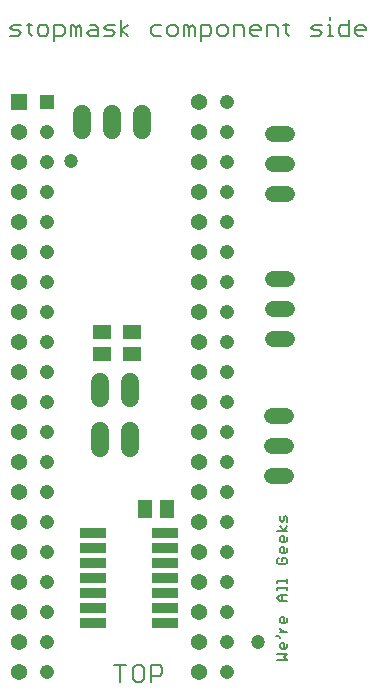
<source format=gbr>
G04 EAGLE Gerber RS-274X export*
G75*
%MOMM*%
%FSLAX34Y34*%
%LPD*%
%INSoldermask Top*%
%IPPOS*%
%AMOC8*
5,1,8,0,0,1.08239X$1,22.5*%
G01*
%ADD10C,0.203200*%
%ADD11R,1.371600X1.371600*%
%ADD12C,1.371600*%
%ADD13R,1.208000X1.208000*%
%ADD14C,1.208000*%
%ADD15R,1.549400X1.244600*%
%ADD16R,2.184400X0.812800*%
%ADD17C,0.177800*%
%ADD18R,1.244600X1.549400*%
%ADD19C,1.200000*%
%ADD20C,1.524000*%
%ADD21C,1.371600*%


D10*
X239745Y24146D02*
X247880Y24146D01*
X245169Y26858D01*
X247880Y29569D01*
X239745Y29569D01*
X247880Y34857D02*
X247880Y37569D01*
X247880Y34857D02*
X246524Y33501D01*
X243813Y33501D01*
X242457Y34857D01*
X242457Y37569D01*
X243813Y38924D01*
X245169Y38924D01*
X245169Y33501D01*
X241101Y44212D02*
X238390Y44212D01*
X241101Y44212D02*
X242457Y42856D01*
X242457Y47534D02*
X247880Y47534D01*
X245169Y47534D02*
X242457Y50246D01*
X242457Y51601D01*
X247880Y56686D02*
X247880Y59397D01*
X247880Y56686D02*
X246524Y55330D01*
X243813Y55330D01*
X242457Y56686D01*
X242457Y59397D01*
X243813Y60753D01*
X245169Y60753D01*
X245169Y55330D01*
X247880Y74040D02*
X242457Y74040D01*
X239745Y76752D01*
X242457Y79464D01*
X247880Y79464D01*
X243813Y79464D02*
X243813Y74040D01*
X239745Y83396D02*
X239745Y84751D01*
X247880Y84751D01*
X247880Y83396D02*
X247880Y86107D01*
X239745Y89632D02*
X239745Y90988D01*
X247880Y90988D01*
X247880Y89632D02*
X247880Y92344D01*
X239745Y109292D02*
X241101Y110648D01*
X239745Y109292D02*
X239745Y106580D01*
X241101Y105224D01*
X246524Y105224D01*
X247880Y106580D01*
X247880Y109292D01*
X246524Y110648D01*
X243813Y110648D01*
X243813Y107936D01*
X247880Y115935D02*
X247880Y118647D01*
X247880Y115935D02*
X246524Y114579D01*
X243813Y114579D01*
X242457Y115935D01*
X242457Y118647D01*
X243813Y120003D01*
X245169Y120003D01*
X245169Y114579D01*
X247880Y125290D02*
X247880Y128002D01*
X247880Y125290D02*
X246524Y123935D01*
X243813Y123935D01*
X242457Y125290D01*
X242457Y128002D01*
X243813Y129358D01*
X245169Y129358D01*
X245169Y123935D01*
X247880Y133290D02*
X239745Y133290D01*
X245169Y133290D02*
X247880Y137357D01*
X245169Y133290D02*
X242457Y137357D01*
X247880Y141086D02*
X247880Y145153D01*
X246524Y146509D01*
X245169Y145153D01*
X245169Y142442D01*
X243813Y141086D01*
X242457Y142442D01*
X242457Y146509D01*
D11*
X21138Y496300D03*
D12*
X21138Y470900D03*
X21138Y445500D03*
X21138Y420100D03*
X21138Y394700D03*
X21138Y369300D03*
X21138Y343900D03*
X21138Y318500D03*
X21138Y293100D03*
X21138Y267700D03*
X21138Y242300D03*
X21138Y216900D03*
X21138Y191500D03*
X21138Y166100D03*
X21138Y140700D03*
X21138Y115300D03*
X21138Y89900D03*
X21138Y64500D03*
X21138Y39100D03*
X21138Y13700D03*
X173538Y13700D03*
X173538Y39100D03*
X173538Y64500D03*
X173538Y89900D03*
X173538Y115300D03*
X173538Y140700D03*
X173538Y166100D03*
X173538Y191500D03*
X173538Y216900D03*
X173538Y242300D03*
X173538Y267700D03*
X173538Y293100D03*
X173538Y318500D03*
X173538Y343900D03*
X173538Y369300D03*
X173538Y394700D03*
X173538Y420100D03*
X173538Y445500D03*
X173538Y470900D03*
X173538Y496300D03*
D13*
X44633Y496300D03*
D14*
X44633Y470900D03*
X44633Y445500D03*
X44633Y420100D03*
X44633Y394700D03*
X44633Y369300D03*
X44633Y343900D03*
X44633Y318500D03*
X44633Y293100D03*
X44633Y267700D03*
X44633Y242300D03*
X44633Y216900D03*
X44633Y191500D03*
X44633Y166100D03*
X44633Y140700D03*
X44633Y115300D03*
X44633Y89900D03*
X44633Y64500D03*
X44633Y39100D03*
X44633Y13700D03*
X197033Y13700D03*
X197033Y39100D03*
X197033Y64500D03*
X197033Y89900D03*
X197033Y115300D03*
X197033Y140700D03*
X197033Y166100D03*
X197033Y191500D03*
X197033Y216900D03*
X197033Y242300D03*
X197033Y267700D03*
X197033Y293100D03*
X197033Y318500D03*
X197033Y343900D03*
X197033Y369300D03*
X197033Y394700D03*
X197033Y420100D03*
X197033Y445500D03*
X197033Y470900D03*
X197033Y496300D03*
D15*
X91075Y301681D03*
X91075Y282885D03*
X116475Y301681D03*
X116475Y282885D03*
D16*
X83566Y131763D03*
X145034Y131763D03*
X83566Y119063D03*
X83566Y106363D03*
X145034Y119063D03*
X145034Y106363D03*
X83566Y93663D03*
X145034Y93663D03*
X83566Y80963D03*
X83566Y68263D03*
X145034Y80963D03*
X145034Y68263D03*
X83566Y55563D03*
X145034Y55563D03*
D17*
X20326Y552704D02*
X13589Y552704D01*
X20326Y552704D02*
X22571Y554950D01*
X20326Y557195D01*
X15835Y557195D01*
X13589Y559441D01*
X15835Y561686D01*
X22571Y561686D01*
X29867Y563932D02*
X29867Y554950D01*
X32113Y552704D01*
X32113Y561686D02*
X27622Y561686D01*
X39223Y552704D02*
X43714Y552704D01*
X45959Y554950D01*
X45959Y559441D01*
X43714Y561686D01*
X39223Y561686D01*
X36977Y559441D01*
X36977Y554950D01*
X39223Y552704D01*
X51010Y548213D02*
X51010Y561686D01*
X57747Y561686D01*
X59992Y559441D01*
X59992Y554950D01*
X57747Y552704D01*
X51010Y552704D01*
X65043Y552704D02*
X65043Y561686D01*
X67288Y561686D01*
X69534Y559441D01*
X69534Y552704D01*
X69534Y559441D02*
X71779Y561686D01*
X74025Y559441D01*
X74025Y552704D01*
X81321Y561686D02*
X85812Y561686D01*
X88058Y559441D01*
X88058Y552704D01*
X81321Y552704D01*
X79075Y554950D01*
X81321Y557195D01*
X88058Y557195D01*
X93108Y552704D02*
X99845Y552704D01*
X102090Y554950D01*
X99845Y557195D01*
X95354Y557195D01*
X93108Y559441D01*
X95354Y561686D01*
X102090Y561686D01*
X107141Y566178D02*
X107141Y552704D01*
X107141Y557195D02*
X113878Y552704D01*
X107141Y557195D02*
X113878Y561686D01*
X135113Y561686D02*
X141850Y561686D01*
X135113Y561686D02*
X132868Y559441D01*
X132868Y554950D01*
X135113Y552704D01*
X141850Y552704D01*
X149146Y552704D02*
X153637Y552704D01*
X155883Y554950D01*
X155883Y559441D01*
X153637Y561686D01*
X149146Y561686D01*
X146900Y559441D01*
X146900Y554950D01*
X149146Y552704D01*
X160933Y552704D02*
X160933Y561686D01*
X163179Y561686D01*
X165424Y559441D01*
X165424Y552704D01*
X165424Y559441D02*
X167670Y561686D01*
X169916Y559441D01*
X169916Y552704D01*
X174966Y548213D02*
X174966Y561686D01*
X181703Y561686D01*
X183948Y559441D01*
X183948Y554950D01*
X181703Y552704D01*
X174966Y552704D01*
X191244Y552704D02*
X195736Y552704D01*
X197981Y554950D01*
X197981Y559441D01*
X195736Y561686D01*
X191244Y561686D01*
X188999Y559441D01*
X188999Y554950D01*
X191244Y552704D01*
X203032Y552704D02*
X203032Y561686D01*
X209768Y561686D01*
X212014Y559441D01*
X212014Y552704D01*
X219310Y552704D02*
X223801Y552704D01*
X219310Y552704D02*
X217064Y554950D01*
X217064Y559441D01*
X219310Y561686D01*
X223801Y561686D01*
X226047Y559441D01*
X226047Y557195D01*
X217064Y557195D01*
X231097Y552704D02*
X231097Y561686D01*
X237834Y561686D01*
X240079Y559441D01*
X240079Y552704D01*
X247375Y554950D02*
X247375Y563932D01*
X247375Y554950D02*
X249621Y552704D01*
X249621Y561686D02*
X245130Y561686D01*
X268518Y552704D02*
X275255Y552704D01*
X277500Y554950D01*
X275255Y557195D01*
X270763Y557195D01*
X268518Y559441D01*
X270763Y561686D01*
X277500Y561686D01*
X282551Y561686D02*
X284796Y561686D01*
X284796Y552704D01*
X282551Y552704D02*
X287042Y552704D01*
X284796Y566178D02*
X284796Y568423D01*
X300888Y566178D02*
X300888Y552704D01*
X294151Y552704D01*
X291906Y554950D01*
X291906Y559441D01*
X294151Y561686D01*
X300888Y561686D01*
X308184Y552704D02*
X312675Y552704D01*
X308184Y552704D02*
X305939Y554950D01*
X305939Y559441D01*
X308184Y561686D01*
X312675Y561686D01*
X314921Y559441D01*
X314921Y557195D01*
X305939Y557195D01*
D18*
X146558Y151765D03*
X127762Y151765D03*
D10*
X106896Y20206D02*
X106896Y5461D01*
X101981Y20206D02*
X111811Y20206D01*
X119874Y20206D02*
X124789Y20206D01*
X119874Y20206D02*
X117417Y17748D01*
X117417Y7918D01*
X119874Y5461D01*
X124789Y5461D01*
X127247Y7918D01*
X127247Y17748D01*
X124789Y20206D01*
X132853Y20206D02*
X132853Y5461D01*
X132853Y20206D02*
X140225Y20206D01*
X142683Y17748D01*
X142683Y12833D01*
X140225Y10376D01*
X132853Y10376D01*
D19*
X223520Y39370D03*
X65405Y446405D03*
D20*
X125730Y472567D02*
X125730Y486283D01*
X100330Y486283D02*
X100330Y472567D01*
X74930Y472567D02*
X74930Y486283D01*
X89535Y259588D02*
X89535Y245872D01*
X114935Y245872D02*
X114935Y259588D01*
X115570Y217678D02*
X115570Y203962D01*
X90170Y203962D02*
X90170Y217678D01*
D21*
X235839Y346710D02*
X248031Y346710D01*
X248031Y295910D02*
X235839Y295910D01*
X235839Y321310D02*
X248031Y321310D01*
X248031Y469265D02*
X235839Y469265D01*
X235839Y418465D02*
X248031Y418465D01*
X248031Y443865D02*
X235839Y443865D01*
X235204Y231140D02*
X247396Y231140D01*
X247396Y180340D02*
X235204Y180340D01*
X235204Y205740D02*
X247396Y205740D01*
M02*

</source>
